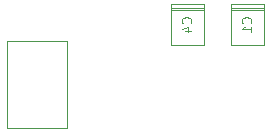
<source format=gbr>
G04 #@! TF.FileFunction,Other,Fab,Bot*
%FSLAX46Y46*%
G04 Gerber Fmt 4.6, Leading zero omitted, Abs format (unit mm)*
G04 Created by KiCad (PCBNEW 4.0.2+dfsg1-stable) date Mon Nov  6 16:18:01 2017*
%MOMM*%
G01*
G04 APERTURE LIST*
%ADD10C,0.100000*%
%ADD11C,0.120000*%
G04 APERTURE END LIST*
D10*
X97660000Y-110645000D02*
X100460000Y-110645000D01*
X100460000Y-110645000D02*
X100460000Y-114145000D01*
X100460000Y-114145000D02*
X97660000Y-114145000D01*
X97660000Y-114145000D02*
X97660000Y-110645000D01*
X97660000Y-110995000D02*
X100460000Y-110995000D01*
X97660000Y-111170000D02*
X100460000Y-111170000D01*
X92580000Y-110645000D02*
X95380000Y-110645000D01*
X95380000Y-110645000D02*
X95380000Y-114145000D01*
X95380000Y-114145000D02*
X92580000Y-114145000D01*
X92580000Y-114145000D02*
X92580000Y-110645000D01*
X92580000Y-110995000D02*
X95380000Y-110995000D01*
X92580000Y-111170000D02*
X95380000Y-111170000D01*
X83830000Y-121175000D02*
X83830000Y-113775000D01*
X83830000Y-113775000D02*
X78730000Y-113775000D01*
X78730000Y-113775000D02*
X78730000Y-121175000D01*
X78730000Y-121175000D02*
X83830000Y-121175000D01*
D11*
X99345714Y-112261667D02*
X99383810Y-112223572D01*
X99421905Y-112109286D01*
X99421905Y-112033096D01*
X99383810Y-111918810D01*
X99307619Y-111842619D01*
X99231429Y-111804524D01*
X99079048Y-111766429D01*
X98964762Y-111766429D01*
X98812381Y-111804524D01*
X98736190Y-111842619D01*
X98660000Y-111918810D01*
X98621905Y-112033096D01*
X98621905Y-112109286D01*
X98660000Y-112223572D01*
X98698095Y-112261667D01*
X99421905Y-113023572D02*
X99421905Y-112566429D01*
X99421905Y-112795000D02*
X98621905Y-112795000D01*
X98736190Y-112718810D01*
X98812381Y-112642619D01*
X98850476Y-112566429D01*
X94265714Y-112261667D02*
X94303810Y-112223572D01*
X94341905Y-112109286D01*
X94341905Y-112033096D01*
X94303810Y-111918810D01*
X94227619Y-111842619D01*
X94151429Y-111804524D01*
X93999048Y-111766429D01*
X93884762Y-111766429D01*
X93732381Y-111804524D01*
X93656190Y-111842619D01*
X93580000Y-111918810D01*
X93541905Y-112033096D01*
X93541905Y-112109286D01*
X93580000Y-112223572D01*
X93618095Y-112261667D01*
X93808571Y-112947381D02*
X94341905Y-112947381D01*
X93503810Y-112756905D02*
X94075238Y-112566429D01*
X94075238Y-113061667D01*
M02*

</source>
